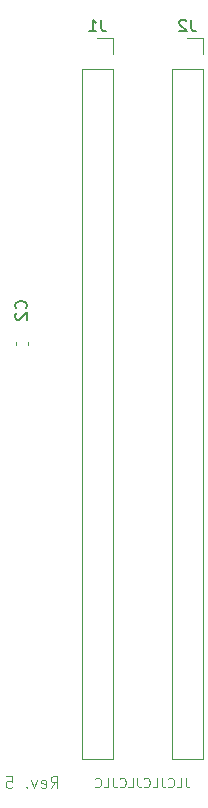
<source format=gbr>
G04 #@! TF.GenerationSoftware,KiCad,Pcbnew,7.0.11+dfsg-1build4*
G04 #@! TF.CreationDate,2024-11-28T15:17:37+09:00*
G04 #@! TF.ProjectId,bionic-z8800,62696f6e-6963-42d7-9a38-3830302e6b69,5*
G04 #@! TF.SameCoordinates,Original*
G04 #@! TF.FileFunction,Legend,Bot*
G04 #@! TF.FilePolarity,Positive*
%FSLAX46Y46*%
G04 Gerber Fmt 4.6, Leading zero omitted, Abs format (unit mm)*
G04 Created by KiCad (PCBNEW 7.0.11+dfsg-1build4) date 2024-11-28 15:17:37*
%MOMM*%
%LPD*%
G01*
G04 APERTURE LIST*
%ADD10C,0.100000*%
%ADD11C,0.125000*%
%ADD12C,0.150000*%
%ADD13C,0.120000*%
G04 APERTURE END LIST*
D10*
X117395238Y-136406895D02*
X117395238Y-136978323D01*
X117395238Y-136978323D02*
X117433333Y-137092609D01*
X117433333Y-137092609D02*
X117509524Y-137168800D01*
X117509524Y-137168800D02*
X117623809Y-137206895D01*
X117623809Y-137206895D02*
X117700000Y-137206895D01*
X116633333Y-137206895D02*
X117014285Y-137206895D01*
X117014285Y-137206895D02*
X117014285Y-136406895D01*
X115909523Y-137130704D02*
X115947619Y-137168800D01*
X115947619Y-137168800D02*
X116061904Y-137206895D01*
X116061904Y-137206895D02*
X116138095Y-137206895D01*
X116138095Y-137206895D02*
X116252381Y-137168800D01*
X116252381Y-137168800D02*
X116328571Y-137092609D01*
X116328571Y-137092609D02*
X116366666Y-137016419D01*
X116366666Y-137016419D02*
X116404762Y-136864038D01*
X116404762Y-136864038D02*
X116404762Y-136749752D01*
X116404762Y-136749752D02*
X116366666Y-136597371D01*
X116366666Y-136597371D02*
X116328571Y-136521180D01*
X116328571Y-136521180D02*
X116252381Y-136444990D01*
X116252381Y-136444990D02*
X116138095Y-136406895D01*
X116138095Y-136406895D02*
X116061904Y-136406895D01*
X116061904Y-136406895D02*
X115947619Y-136444990D01*
X115947619Y-136444990D02*
X115909523Y-136483085D01*
X115338095Y-136406895D02*
X115338095Y-136978323D01*
X115338095Y-136978323D02*
X115376190Y-137092609D01*
X115376190Y-137092609D02*
X115452381Y-137168800D01*
X115452381Y-137168800D02*
X115566666Y-137206895D01*
X115566666Y-137206895D02*
X115642857Y-137206895D01*
X114576190Y-137206895D02*
X114957142Y-137206895D01*
X114957142Y-137206895D02*
X114957142Y-136406895D01*
X113852380Y-137130704D02*
X113890476Y-137168800D01*
X113890476Y-137168800D02*
X114004761Y-137206895D01*
X114004761Y-137206895D02*
X114080952Y-137206895D01*
X114080952Y-137206895D02*
X114195238Y-137168800D01*
X114195238Y-137168800D02*
X114271428Y-137092609D01*
X114271428Y-137092609D02*
X114309523Y-137016419D01*
X114309523Y-137016419D02*
X114347619Y-136864038D01*
X114347619Y-136864038D02*
X114347619Y-136749752D01*
X114347619Y-136749752D02*
X114309523Y-136597371D01*
X114309523Y-136597371D02*
X114271428Y-136521180D01*
X114271428Y-136521180D02*
X114195238Y-136444990D01*
X114195238Y-136444990D02*
X114080952Y-136406895D01*
X114080952Y-136406895D02*
X114004761Y-136406895D01*
X114004761Y-136406895D02*
X113890476Y-136444990D01*
X113890476Y-136444990D02*
X113852380Y-136483085D01*
X113280952Y-136406895D02*
X113280952Y-136978323D01*
X113280952Y-136978323D02*
X113319047Y-137092609D01*
X113319047Y-137092609D02*
X113395238Y-137168800D01*
X113395238Y-137168800D02*
X113509523Y-137206895D01*
X113509523Y-137206895D02*
X113585714Y-137206895D01*
X112519047Y-137206895D02*
X112899999Y-137206895D01*
X112899999Y-137206895D02*
X112899999Y-136406895D01*
X111795237Y-137130704D02*
X111833333Y-137168800D01*
X111833333Y-137168800D02*
X111947618Y-137206895D01*
X111947618Y-137206895D02*
X112023809Y-137206895D01*
X112023809Y-137206895D02*
X112138095Y-137168800D01*
X112138095Y-137168800D02*
X112214285Y-137092609D01*
X112214285Y-137092609D02*
X112252380Y-137016419D01*
X112252380Y-137016419D02*
X112290476Y-136864038D01*
X112290476Y-136864038D02*
X112290476Y-136749752D01*
X112290476Y-136749752D02*
X112252380Y-136597371D01*
X112252380Y-136597371D02*
X112214285Y-136521180D01*
X112214285Y-136521180D02*
X112138095Y-136444990D01*
X112138095Y-136444990D02*
X112023809Y-136406895D01*
X112023809Y-136406895D02*
X111947618Y-136406895D01*
X111947618Y-136406895D02*
X111833333Y-136444990D01*
X111833333Y-136444990D02*
X111795237Y-136483085D01*
X111223809Y-136406895D02*
X111223809Y-136978323D01*
X111223809Y-136978323D02*
X111261904Y-137092609D01*
X111261904Y-137092609D02*
X111338095Y-137168800D01*
X111338095Y-137168800D02*
X111452380Y-137206895D01*
X111452380Y-137206895D02*
X111528571Y-137206895D01*
X110461904Y-137206895D02*
X110842856Y-137206895D01*
X110842856Y-137206895D02*
X110842856Y-136406895D01*
X109738094Y-137130704D02*
X109776190Y-137168800D01*
X109776190Y-137168800D02*
X109890475Y-137206895D01*
X109890475Y-137206895D02*
X109966666Y-137206895D01*
X109966666Y-137206895D02*
X110080952Y-137168800D01*
X110080952Y-137168800D02*
X110157142Y-137092609D01*
X110157142Y-137092609D02*
X110195237Y-137016419D01*
X110195237Y-137016419D02*
X110233333Y-136864038D01*
X110233333Y-136864038D02*
X110233333Y-136749752D01*
X110233333Y-136749752D02*
X110195237Y-136597371D01*
X110195237Y-136597371D02*
X110157142Y-136521180D01*
X110157142Y-136521180D02*
X110080952Y-136444990D01*
X110080952Y-136444990D02*
X109966666Y-136406895D01*
X109966666Y-136406895D02*
X109890475Y-136406895D01*
X109890475Y-136406895D02*
X109776190Y-136444990D01*
X109776190Y-136444990D02*
X109738094Y-136483085D01*
D11*
X105950240Y-137258119D02*
X106283573Y-136781928D01*
X106521668Y-137258119D02*
X106521668Y-136258119D01*
X106521668Y-136258119D02*
X106140716Y-136258119D01*
X106140716Y-136258119D02*
X106045478Y-136305738D01*
X106045478Y-136305738D02*
X105997859Y-136353357D01*
X105997859Y-136353357D02*
X105950240Y-136448595D01*
X105950240Y-136448595D02*
X105950240Y-136591452D01*
X105950240Y-136591452D02*
X105997859Y-136686690D01*
X105997859Y-136686690D02*
X106045478Y-136734309D01*
X106045478Y-136734309D02*
X106140716Y-136781928D01*
X106140716Y-136781928D02*
X106521668Y-136781928D01*
X105140716Y-137210500D02*
X105235954Y-137258119D01*
X105235954Y-137258119D02*
X105426430Y-137258119D01*
X105426430Y-137258119D02*
X105521668Y-137210500D01*
X105521668Y-137210500D02*
X105569287Y-137115261D01*
X105569287Y-137115261D02*
X105569287Y-136734309D01*
X105569287Y-136734309D02*
X105521668Y-136639071D01*
X105521668Y-136639071D02*
X105426430Y-136591452D01*
X105426430Y-136591452D02*
X105235954Y-136591452D01*
X105235954Y-136591452D02*
X105140716Y-136639071D01*
X105140716Y-136639071D02*
X105093097Y-136734309D01*
X105093097Y-136734309D02*
X105093097Y-136829547D01*
X105093097Y-136829547D02*
X105569287Y-136924785D01*
X104759763Y-136591452D02*
X104521668Y-137258119D01*
X104521668Y-137258119D02*
X104283573Y-136591452D01*
X103902620Y-137162880D02*
X103855001Y-137210500D01*
X103855001Y-137210500D02*
X103902620Y-137258119D01*
X103902620Y-137258119D02*
X103950239Y-137210500D01*
X103950239Y-137210500D02*
X103902620Y-137162880D01*
X103902620Y-137162880D02*
X103902620Y-137258119D01*
X102188335Y-136258119D02*
X102664525Y-136258119D01*
X102664525Y-136258119D02*
X102712144Y-136734309D01*
X102712144Y-136734309D02*
X102664525Y-136686690D01*
X102664525Y-136686690D02*
X102569287Y-136639071D01*
X102569287Y-136639071D02*
X102331192Y-136639071D01*
X102331192Y-136639071D02*
X102235954Y-136686690D01*
X102235954Y-136686690D02*
X102188335Y-136734309D01*
X102188335Y-136734309D02*
X102140716Y-136829547D01*
X102140716Y-136829547D02*
X102140716Y-137067642D01*
X102140716Y-137067642D02*
X102188335Y-137162880D01*
X102188335Y-137162880D02*
X102235954Y-137210500D01*
X102235954Y-137210500D02*
X102331192Y-137258119D01*
X102331192Y-137258119D02*
X102569287Y-137258119D01*
X102569287Y-137258119D02*
X102664525Y-137210500D01*
X102664525Y-137210500D02*
X102712144Y-137162880D01*
D12*
X110223333Y-72204819D02*
X110223333Y-72919104D01*
X110223333Y-72919104D02*
X110270952Y-73061961D01*
X110270952Y-73061961D02*
X110366190Y-73157200D01*
X110366190Y-73157200D02*
X110509047Y-73204819D01*
X110509047Y-73204819D02*
X110604285Y-73204819D01*
X109223333Y-73204819D02*
X109794761Y-73204819D01*
X109509047Y-73204819D02*
X109509047Y-72204819D01*
X109509047Y-72204819D02*
X109604285Y-72347676D01*
X109604285Y-72347676D02*
X109699523Y-72442914D01*
X109699523Y-72442914D02*
X109794761Y-72490533D01*
X103848780Y-96655733D02*
X103896400Y-96608114D01*
X103896400Y-96608114D02*
X103944019Y-96465257D01*
X103944019Y-96465257D02*
X103944019Y-96370019D01*
X103944019Y-96370019D02*
X103896400Y-96227162D01*
X103896400Y-96227162D02*
X103801161Y-96131924D01*
X103801161Y-96131924D02*
X103705923Y-96084305D01*
X103705923Y-96084305D02*
X103515447Y-96036686D01*
X103515447Y-96036686D02*
X103372590Y-96036686D01*
X103372590Y-96036686D02*
X103182114Y-96084305D01*
X103182114Y-96084305D02*
X103086876Y-96131924D01*
X103086876Y-96131924D02*
X102991638Y-96227162D01*
X102991638Y-96227162D02*
X102944019Y-96370019D01*
X102944019Y-96370019D02*
X102944019Y-96465257D01*
X102944019Y-96465257D02*
X102991638Y-96608114D01*
X102991638Y-96608114D02*
X103039257Y-96655733D01*
X103039257Y-97036686D02*
X102991638Y-97084305D01*
X102991638Y-97084305D02*
X102944019Y-97179543D01*
X102944019Y-97179543D02*
X102944019Y-97417638D01*
X102944019Y-97417638D02*
X102991638Y-97512876D01*
X102991638Y-97512876D02*
X103039257Y-97560495D01*
X103039257Y-97560495D02*
X103134495Y-97608114D01*
X103134495Y-97608114D02*
X103229733Y-97608114D01*
X103229733Y-97608114D02*
X103372590Y-97560495D01*
X103372590Y-97560495D02*
X103944019Y-96989067D01*
X103944019Y-96989067D02*
X103944019Y-97608114D01*
X117843333Y-72204819D02*
X117843333Y-72919104D01*
X117843333Y-72919104D02*
X117890952Y-73061961D01*
X117890952Y-73061961D02*
X117986190Y-73157200D01*
X117986190Y-73157200D02*
X118129047Y-73204819D01*
X118129047Y-73204819D02*
X118224285Y-73204819D01*
X117414761Y-72300057D02*
X117367142Y-72252438D01*
X117367142Y-72252438D02*
X117271904Y-72204819D01*
X117271904Y-72204819D02*
X117033809Y-72204819D01*
X117033809Y-72204819D02*
X116938571Y-72252438D01*
X116938571Y-72252438D02*
X116890952Y-72300057D01*
X116890952Y-72300057D02*
X116843333Y-72395295D01*
X116843333Y-72395295D02*
X116843333Y-72490533D01*
X116843333Y-72490533D02*
X116890952Y-72633390D01*
X116890952Y-72633390D02*
X117462380Y-73204819D01*
X117462380Y-73204819D02*
X116843333Y-73204819D01*
D13*
X111220000Y-134830000D02*
X108560000Y-134830000D01*
X111220000Y-76350000D02*
X111220000Y-134830000D01*
X111220000Y-76350000D02*
X108560000Y-76350000D01*
X111220000Y-75080000D02*
X111220000Y-73750000D01*
X111220000Y-73750000D02*
X109890000Y-73750000D01*
X108560000Y-76350000D02*
X108560000Y-134830000D01*
X102979200Y-99762667D02*
X102979200Y-99470133D01*
X103999200Y-99762667D02*
X103999200Y-99470133D01*
X118840000Y-134830000D02*
X116180000Y-134830000D01*
X118840000Y-76350000D02*
X118840000Y-134830000D01*
X118840000Y-76350000D02*
X116180000Y-76350000D01*
X118840000Y-75080000D02*
X118840000Y-73750000D01*
X118840000Y-73750000D02*
X117510000Y-73750000D01*
X116180000Y-76350000D02*
X116180000Y-134830000D01*
M02*

</source>
